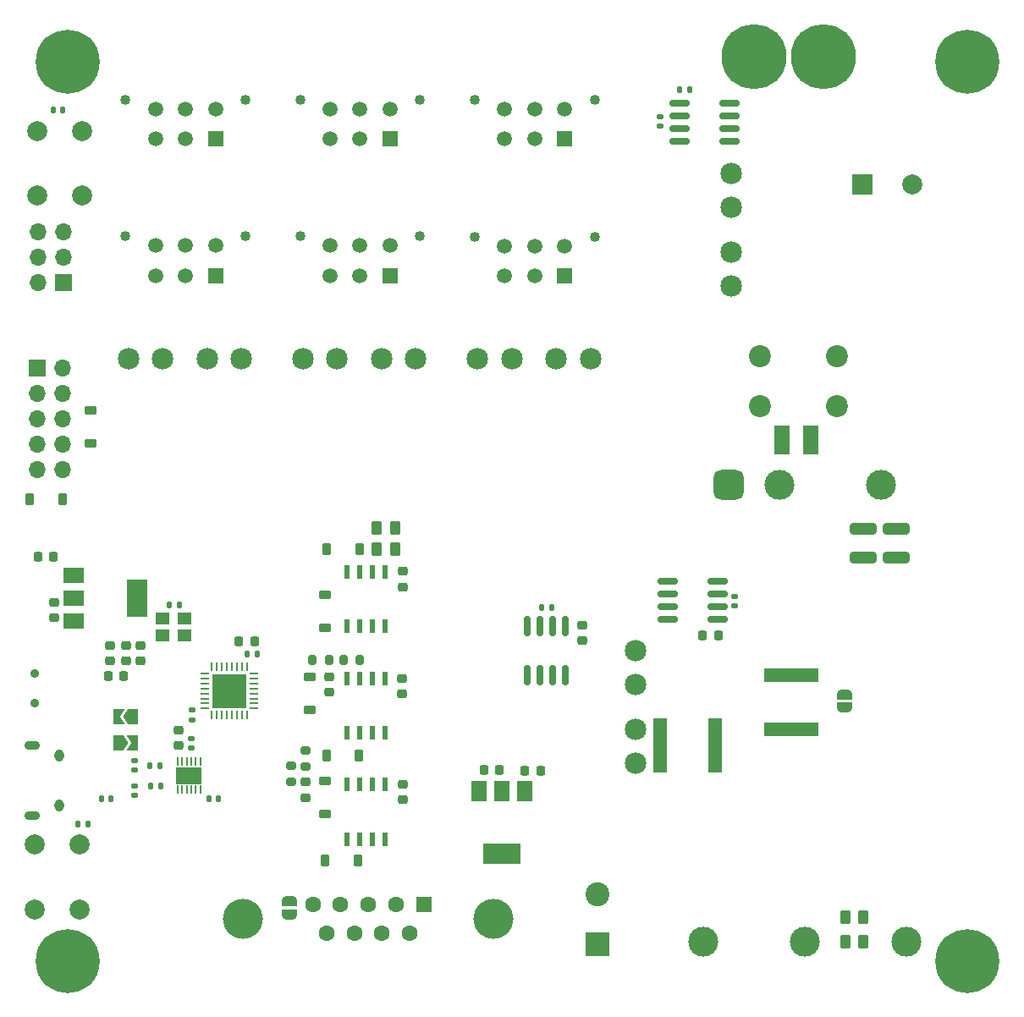
<source format=gbr>
%TF.GenerationSoftware,KiCad,Pcbnew,7.0.6*%
%TF.CreationDate,2024-03-09T23:02:32-07:00*%
%TF.ProjectId,Batt-Power-Prototype-2023_Lucy_V1,42617474-2d50-46f7-9765-722d50726f74,2*%
%TF.SameCoordinates,Original*%
%TF.FileFunction,Soldermask,Bot*%
%TF.FilePolarity,Negative*%
%FSLAX46Y46*%
G04 Gerber Fmt 4.6, Leading zero omitted, Abs format (unit mm)*
G04 Created by KiCad (PCBNEW 7.0.6) date 2024-03-09 23:02:32*
%MOMM*%
%LPD*%
G01*
G04 APERTURE LIST*
G04 Aperture macros list*
%AMRoundRect*
0 Rectangle with rounded corners*
0 $1 Rounding radius*
0 $2 $3 $4 $5 $6 $7 $8 $9 X,Y pos of 4 corners*
0 Add a 4 corners polygon primitive as box body*
4,1,4,$2,$3,$4,$5,$6,$7,$8,$9,$2,$3,0*
0 Add four circle primitives for the rounded corners*
1,1,$1+$1,$2,$3*
1,1,$1+$1,$4,$5*
1,1,$1+$1,$6,$7*
1,1,$1+$1,$8,$9*
0 Add four rect primitives between the rounded corners*
20,1,$1+$1,$2,$3,$4,$5,0*
20,1,$1+$1,$4,$5,$6,$7,0*
20,1,$1+$1,$6,$7,$8,$9,0*
20,1,$1+$1,$8,$9,$2,$3,0*%
%AMFreePoly0*
4,1,6,1.000000,0.000000,0.500000,-0.750000,-0.500000,-0.750000,-0.500000,0.750000,0.500000,0.750000,1.000000,0.000000,1.000000,0.000000,$1*%
%AMFreePoly1*
4,1,6,0.500000,-0.750000,-0.650000,-0.750000,-0.150000,0.000000,-0.650000,0.750000,0.500000,0.750000,0.500000,-0.750000,0.500000,-0.750000,$1*%
%AMFreePoly2*
4,1,19,0.500000,-0.750000,0.000000,-0.750000,0.000000,-0.744911,-0.071157,-0.744911,-0.207708,-0.704816,-0.327430,-0.627875,-0.420627,-0.520320,-0.479746,-0.390866,-0.500000,-0.250000,-0.500000,0.250000,-0.479746,0.390866,-0.420627,0.520320,-0.327430,0.627875,-0.207708,0.704816,-0.071157,0.744911,0.000000,0.744911,0.000000,0.750000,0.500000,0.750000,0.500000,-0.750000,0.500000,-0.750000,
$1*%
%AMFreePoly3*
4,1,19,0.000000,0.744911,0.071157,0.744911,0.207708,0.704816,0.327430,0.627875,0.420627,0.520320,0.479746,0.390866,0.500000,0.250000,0.500000,-0.250000,0.479746,-0.390866,0.420627,-0.520320,0.327430,-0.627875,0.207708,-0.704816,0.071157,-0.744911,0.000000,-0.744911,0.000000,-0.750000,-0.500000,-0.750000,-0.500000,0.750000,0.000000,0.750000,0.000000,0.744911,0.000000,0.744911,
$1*%
G04 Aperture macros list end*
%ADD10C,2.200000*%
%ADD11C,2.000000*%
%ADD12C,1.020000*%
%ADD13R,1.520000X1.520000*%
%ADD14C,1.520000*%
%ADD15C,6.500000*%
%ADD16R,1.700000X1.700000*%
%ADD17O,1.700000X1.700000*%
%ADD18C,6.400000*%
%ADD19C,2.159000*%
%ADD20O,1.550000X0.890000*%
%ADD21O,0.950000X1.250000*%
%ADD22R,2.400000X2.400000*%
%ADD23C,2.400000*%
%ADD24RoundRect,0.750000X-0.750000X-0.750000X0.750000X-0.750000X0.750000X0.750000X-0.750000X0.750000X0*%
%ADD25C,3.000000*%
%ADD26C,0.900000*%
%ADD27C,4.000000*%
%ADD28R,1.600000X1.600000*%
%ADD29C,1.600000*%
%ADD30R,2.000000X2.000000*%
%ADD31FreePoly0,180.000000*%
%ADD32FreePoly1,180.000000*%
%ADD33RoundRect,0.225000X-0.250000X0.225000X-0.250000X-0.225000X0.250000X-0.225000X0.250000X0.225000X0*%
%ADD34RoundRect,0.250000X1.075000X-0.312500X1.075000X0.312500X-1.075000X0.312500X-1.075000X-0.312500X0*%
%ADD35RoundRect,0.225000X0.250000X-0.225000X0.250000X0.225000X-0.250000X0.225000X-0.250000X-0.225000X0*%
%ADD36RoundRect,0.225000X0.225000X0.250000X-0.225000X0.250000X-0.225000X-0.250000X0.225000X-0.250000X0*%
%ADD37RoundRect,0.225000X-0.225000X-0.250000X0.225000X-0.250000X0.225000X0.250000X-0.225000X0.250000X0*%
%ADD38RoundRect,0.225000X0.225000X0.375000X-0.225000X0.375000X-0.225000X-0.375000X0.225000X-0.375000X0*%
%ADD39RoundRect,0.140000X-0.140000X-0.170000X0.140000X-0.170000X0.140000X0.170000X-0.140000X0.170000X0*%
%ADD40R,5.400000X1.375600*%
%ADD41R,0.558800X1.460500*%
%ADD42RoundRect,0.150000X-0.825000X-0.150000X0.825000X-0.150000X0.825000X0.150000X-0.825000X0.150000X0*%
%ADD43R,1.400000X1.200000*%
%ADD44RoundRect,0.250000X-1.075000X0.312500X-1.075000X-0.312500X1.075000X-0.312500X1.075000X0.312500X0*%
%ADD45R,1.500000X2.000000*%
%ADD46R,3.800000X2.000000*%
%ADD47RoundRect,0.250000X-0.262500X-0.450000X0.262500X-0.450000X0.262500X0.450000X-0.262500X0.450000X0*%
%ADD48RoundRect,0.140000X0.170000X-0.140000X0.170000X0.140000X-0.170000X0.140000X-0.170000X-0.140000X0*%
%ADD49R,0.228600X0.812800*%
%ADD50R,2.540000X1.651000*%
%ADD51RoundRect,0.140000X0.140000X0.170000X-0.140000X0.170000X-0.140000X-0.170000X0.140000X-0.170000X0*%
%ADD52FreePoly0,0.000000*%
%ADD53FreePoly1,0.000000*%
%ADD54RoundRect,0.150000X0.825000X0.150000X-0.825000X0.150000X-0.825000X-0.150000X0.825000X-0.150000X0*%
%ADD55RoundRect,0.250000X0.262500X0.450000X-0.262500X0.450000X-0.262500X-0.450000X0.262500X-0.450000X0*%
%ADD56RoundRect,0.140000X-0.170000X0.140000X-0.170000X-0.140000X0.170000X-0.140000X0.170000X0.140000X0*%
%ADD57FreePoly2,270.000000*%
%ADD58FreePoly3,270.000000*%
%ADD59RoundRect,0.200000X0.200000X0.275000X-0.200000X0.275000X-0.200000X-0.275000X0.200000X-0.275000X0*%
%ADD60R,1.375600X5.400000*%
%ADD61FreePoly2,90.000000*%
%ADD62FreePoly3,90.000000*%
%ADD63RoundRect,0.200000X-0.275000X0.200000X-0.275000X-0.200000X0.275000X-0.200000X0.275000X0.200000X0*%
%ADD64RoundRect,0.225000X-0.375000X0.225000X-0.375000X-0.225000X0.375000X-0.225000X0.375000X0.225000X0*%
%ADD65RoundRect,0.135000X0.135000X0.185000X-0.135000X0.185000X-0.135000X-0.185000X0.135000X-0.185000X0*%
%ADD66RoundRect,0.200000X0.275000X-0.200000X0.275000X0.200000X-0.275000X0.200000X-0.275000X-0.200000X0*%
%ADD67RoundRect,0.225000X0.375000X-0.225000X0.375000X0.225000X-0.375000X0.225000X-0.375000X-0.225000X0*%
%ADD68RoundRect,0.062500X-0.375000X-0.062500X0.375000X-0.062500X0.375000X0.062500X-0.375000X0.062500X0*%
%ADD69RoundRect,0.062500X-0.062500X-0.375000X0.062500X-0.375000X0.062500X0.375000X-0.062500X0.375000X0*%
%ADD70R,3.450000X3.450000*%
%ADD71RoundRect,0.218750X0.218750X0.256250X-0.218750X0.256250X-0.218750X-0.256250X0.218750X-0.256250X0*%
%ADD72RoundRect,0.102000X-0.685000X-1.360000X0.685000X-1.360000X0.685000X1.360000X-0.685000X1.360000X0*%
%ADD73R,2.000000X1.500000*%
%ADD74R,2.000000X3.800000*%
%ADD75RoundRect,0.150000X0.150000X-0.825000X0.150000X0.825000X-0.150000X0.825000X-0.150000X-0.825000X0*%
G04 APERTURE END LIST*
D10*
%TO.C,FL1*%
X174472000Y-75322000D03*
X166772000Y-75322000D03*
X166772000Y-80322000D03*
X174472000Y-80322000D03*
%TD*%
D11*
%TO.C,SW3*%
X98925000Y-52800000D03*
X98925000Y-59300000D03*
X94425000Y-52800000D03*
X94425000Y-59300000D03*
%TD*%
%TO.C,SW1*%
X98675000Y-124200000D03*
X98675000Y-130700000D03*
X94175000Y-124200000D03*
X94175000Y-130700000D03*
%TD*%
D12*
%TO.C,J9*%
X138217127Y-63378500D03*
X150217103Y-63378500D03*
D13*
X147217104Y-67318500D03*
D14*
X144217105Y-67318500D03*
X141217106Y-67318500D03*
X147217104Y-64318501D03*
X144217105Y-64318501D03*
X141217106Y-64318501D03*
%TD*%
D15*
%TO.C,J6*%
X166156400Y-45350000D03*
X173106400Y-45350000D03*
%TD*%
D12*
%TO.C,J12*%
X138220140Y-49661000D03*
X150220116Y-49661000D03*
D13*
X147220117Y-53601000D03*
D14*
X144220118Y-53601000D03*
X141220119Y-53601000D03*
X147220117Y-50601001D03*
X144220118Y-50601001D03*
X141220119Y-50601001D03*
%TD*%
D16*
%TO.C,J5*%
X94425000Y-76500000D03*
D17*
X96965000Y-76500000D03*
X94425000Y-79040000D03*
X96965000Y-79040000D03*
X94425000Y-81580000D03*
X96965000Y-81580000D03*
X94425000Y-84120000D03*
X96965000Y-84120000D03*
X94425000Y-86660000D03*
X96965000Y-86660000D03*
%TD*%
D18*
%TO.C,H7*%
X187525000Y-135850000D03*
%TD*%
D19*
%TO.C,F5*%
X163891000Y-57038449D03*
X163891000Y-60444450D03*
X163891000Y-64914451D03*
X163891000Y-68320453D03*
%TD*%
D16*
%TO.C,J1*%
X97050000Y-68025000D03*
D17*
X94510000Y-68025000D03*
X97050000Y-65485000D03*
X94510000Y-65485000D03*
X97050000Y-62945000D03*
X94510000Y-62945000D03*
%TD*%
D19*
%TO.C,F2*%
X132344504Y-75576000D03*
X128938503Y-75576000D03*
X124468502Y-75576000D03*
X121062500Y-75576000D03*
%TD*%
D18*
%TO.C,H6*%
X187525000Y-45850000D03*
%TD*%
D20*
%TO.C,J2*%
X93958000Y-114300000D03*
D21*
X96658000Y-115300000D03*
X96658000Y-120300000D03*
D20*
X93958000Y-121300000D03*
%TD*%
D18*
%TO.C,H5*%
X97525000Y-45850000D03*
%TD*%
D12*
%TO.C,J11*%
X120756133Y-49661000D03*
X132756109Y-49661000D03*
D13*
X129756110Y-53601000D03*
D14*
X126756111Y-53601000D03*
X123756112Y-53601000D03*
X129756110Y-50601001D03*
X126756111Y-50601001D03*
X123756112Y-50601001D03*
%TD*%
D19*
%TO.C,F1*%
X114882004Y-75576000D03*
X111476003Y-75576000D03*
X107006002Y-75576000D03*
X103600000Y-75576000D03*
%TD*%
D12*
%TO.C,J8*%
X120754627Y-63360000D03*
X132754603Y-63360000D03*
D13*
X129754604Y-67300000D03*
D14*
X126754605Y-67300000D03*
X123754606Y-67300000D03*
X129754604Y-64300001D03*
X126754605Y-64300001D03*
X123754606Y-64300001D03*
%TD*%
D18*
%TO.C,H8*%
X97525000Y-135850000D03*
%TD*%
D12*
%TO.C,J7*%
X103292127Y-63360500D03*
X115292103Y-63360500D03*
D13*
X112292104Y-67300500D03*
D14*
X109292105Y-67300500D03*
X106292106Y-67300500D03*
X112292104Y-64300501D03*
X109292105Y-64300501D03*
X106292106Y-64300501D03*
%TD*%
D22*
%TO.C,C24*%
X150525000Y-134173959D03*
D23*
X150525000Y-129173959D03*
%TD*%
D24*
%TO.C,U7*%
X163637000Y-88225200D03*
D25*
X168717000Y-88225200D03*
X178877000Y-88225200D03*
X181417000Y-133945200D03*
X171257000Y-133945200D03*
X161097000Y-133945200D03*
%TD*%
D26*
%TO.C,SW2*%
X94230000Y-107074000D03*
X94230000Y-110074000D03*
%TD*%
D27*
%TO.C,J4*%
X115075000Y-131670000D03*
X140075000Y-131670000D03*
D28*
X133115000Y-130250000D03*
D29*
X130345000Y-130250000D03*
X127575000Y-130250000D03*
X124805000Y-130250000D03*
X122035000Y-130250000D03*
X131730000Y-133090000D03*
X128960000Y-133090000D03*
X126190000Y-133090000D03*
X123420000Y-133090000D03*
%TD*%
D12*
%TO.C,J10*%
X103292127Y-49661000D03*
X115292103Y-49661000D03*
D13*
X112292104Y-53601000D03*
D14*
X109292105Y-53601000D03*
X106292106Y-53601000D03*
X112292104Y-50601001D03*
X109292105Y-50601001D03*
X106292106Y-50601001D03*
%TD*%
D30*
%TO.C,C19*%
X177017323Y-58177000D03*
D11*
X182017323Y-58177000D03*
%TD*%
D19*
%TO.C,F4*%
X154300000Y-116100000D03*
X154300000Y-112693999D03*
X154300000Y-108223998D03*
X154300000Y-104817996D03*
%TD*%
%TO.C,F3*%
X149807004Y-75576000D03*
X146401003Y-75576000D03*
X141931002Y-75576000D03*
X138525000Y-75576000D03*
%TD*%
D31*
%TO.C,JP3*%
X104025000Y-111450000D03*
D32*
X102575000Y-111450000D03*
%TD*%
D33*
%TO.C,C43*%
X121325000Y-117975000D03*
X121325000Y-119525000D03*
%TD*%
D34*
%TO.C,R10*%
X177125000Y-95512500D03*
X177125000Y-92587500D03*
%TD*%
D35*
%TO.C,C13*%
X103325000Y-105850000D03*
X103325000Y-104300000D03*
%TD*%
D36*
%TO.C,C18*%
X96100000Y-95400000D03*
X94550000Y-95400000D03*
%TD*%
D37*
%TO.C,C23*%
X143250000Y-116850000D03*
X144800000Y-116850000D03*
%TD*%
D38*
%TO.C,D19*%
X126575000Y-125850000D03*
X123275000Y-125850000D03*
%TD*%
D39*
%TO.C,C11*%
X100895000Y-119650000D03*
X101855000Y-119650000D03*
%TD*%
D40*
%TO.C,C22*%
X169925000Y-107232200D03*
X169925000Y-112667800D03*
%TD*%
D41*
%TO.C,U14*%
X129230000Y-123674150D03*
X127960000Y-123674150D03*
X126690000Y-123674150D03*
X125420000Y-123674150D03*
X125420000Y-118225850D03*
X126690000Y-118225850D03*
X127960000Y-118225850D03*
X129230000Y-118225850D03*
%TD*%
D42*
%TO.C,U11*%
X157575000Y-101660000D03*
X157575000Y-100390000D03*
X157575000Y-99120000D03*
X157575000Y-97850000D03*
X162525000Y-97850000D03*
X162525000Y-99120000D03*
X162525000Y-100390000D03*
X162525000Y-101660000D03*
%TD*%
D43*
%TO.C,U1*%
X106975000Y-101600000D03*
X109175000Y-101600000D03*
X109175000Y-103300000D03*
X106975000Y-103300000D03*
%TD*%
D35*
%TO.C,C12*%
X104826000Y-105850000D03*
X104826000Y-104300000D03*
%TD*%
D44*
%TO.C,R11*%
X180425000Y-92587500D03*
X180425000Y-95512500D03*
%TD*%
D38*
%TO.C,D7*%
X96975000Y-89650000D03*
X93675000Y-89650000D03*
%TD*%
D41*
%TO.C,U15*%
X129280000Y-102374150D03*
X128010000Y-102374150D03*
X126740000Y-102374150D03*
X125470000Y-102374150D03*
X125470000Y-96925850D03*
X126740000Y-96925850D03*
X128010000Y-96925850D03*
X129280000Y-96925850D03*
%TD*%
%TO.C,U13*%
X129230000Y-113024150D03*
X127960000Y-113024150D03*
X126690000Y-113024150D03*
X125420000Y-113024150D03*
X125420000Y-107575850D03*
X126690000Y-107575850D03*
X127960000Y-107575850D03*
X129230000Y-107575850D03*
%TD*%
D45*
%TO.C,U6*%
X138625000Y-118850000D03*
X140925000Y-118850000D03*
D46*
X140925000Y-125150000D03*
D45*
X143225000Y-118850000D03*
%TD*%
D47*
%TO.C,R30*%
X128425000Y-94650000D03*
X130250000Y-94650000D03*
%TD*%
D35*
%TO.C,C46*%
X148976000Y-103822000D03*
X148976000Y-102272000D03*
%TD*%
D33*
%TO.C,C42*%
X123675000Y-107425000D03*
X123675000Y-108975000D03*
%TD*%
D48*
%TO.C,C7*%
X109875000Y-114580000D03*
X109875000Y-113620000D03*
%TD*%
D47*
%TO.C,R13*%
X175312500Y-131450000D03*
X177137500Y-131450000D03*
%TD*%
D49*
%TO.C,U2*%
X108524997Y-115906000D03*
X108974999Y-115906000D03*
X109424998Y-115906000D03*
X109875000Y-115906000D03*
X110324999Y-115906000D03*
X110774998Y-115906000D03*
X110775001Y-118700000D03*
X110324999Y-118700000D03*
X109875000Y-118700000D03*
X109424998Y-118700000D03*
X108974999Y-118700000D03*
X108525000Y-118700000D03*
D50*
X109649999Y-117303000D03*
%TD*%
D51*
%TO.C,C48*%
X145900000Y-100507000D03*
X144940000Y-100507000D03*
%TD*%
D52*
%TO.C,JP4*%
X102550000Y-114050000D03*
D53*
X104000000Y-114050000D03*
%TD*%
D54*
%TO.C,U12*%
X163699000Y-50049000D03*
X163699000Y-51319000D03*
X163699000Y-52589000D03*
X163699000Y-53859000D03*
X158749000Y-53859000D03*
X158749000Y-52589000D03*
X158749000Y-51319000D03*
X158749000Y-50049000D03*
%TD*%
D55*
%TO.C,R29*%
X130237500Y-92550000D03*
X128412500Y-92550000D03*
%TD*%
D36*
%TO.C,C3*%
X116187000Y-103921500D03*
X114637000Y-103921500D03*
%TD*%
D56*
%TO.C,C45*%
X156779000Y-51375000D03*
X156779000Y-52335000D03*
%TD*%
D33*
%TO.C,C49*%
X131025000Y-118175000D03*
X131025000Y-119725000D03*
%TD*%
D38*
%TO.C,D20*%
X126725000Y-94650000D03*
X123425000Y-94650000D03*
%TD*%
D51*
%TO.C,C6*%
X116441000Y-105191500D03*
X115481000Y-105191500D03*
%TD*%
%TO.C,C55*%
X97025000Y-50700000D03*
X96065000Y-50700000D03*
%TD*%
D56*
%TO.C,C4*%
X109925000Y-110770000D03*
X109925000Y-111730000D03*
%TD*%
D57*
%TO.C,JP1*%
X119675000Y-129900000D03*
D58*
X119675000Y-131200000D03*
%TD*%
D59*
%TO.C,R27*%
X123650000Y-105750000D03*
X122000000Y-105750000D03*
%TD*%
D35*
%TO.C,C14*%
X101778000Y-105850000D03*
X101778000Y-104300000D03*
%TD*%
%TO.C,C5*%
X108625000Y-114325000D03*
X108625000Y-112775000D03*
%TD*%
D48*
%TO.C,C44*%
X164228000Y-100362000D03*
X164228000Y-99402000D03*
%TD*%
D56*
%TO.C,C10*%
X104225000Y-115820000D03*
X104225000Y-116780000D03*
%TD*%
D60*
%TO.C,C21*%
X162242800Y-114300000D03*
X156807200Y-114300000D03*
%TD*%
D51*
%TO.C,C41*%
X159705000Y-48700000D03*
X158745000Y-48700000D03*
%TD*%
D61*
%TO.C,JP2*%
X175225000Y-110500000D03*
D62*
X175225000Y-109200000D03*
%TD*%
D55*
%TO.C,R14*%
X177137500Y-133950000D03*
X175312500Y-133950000D03*
%TD*%
D36*
%TO.C,C40*%
X162590000Y-103311000D03*
X161040000Y-103311000D03*
%TD*%
D38*
%TO.C,D18*%
X126675000Y-115300000D03*
X123375000Y-115300000D03*
%TD*%
D63*
%TO.C,R26*%
X121325000Y-114800000D03*
X121325000Y-116450000D03*
%TD*%
D64*
%TO.C,D16*%
X121725000Y-107400000D03*
X121725000Y-110700000D03*
%TD*%
D33*
%TO.C,C17*%
X96125000Y-99975000D03*
X96125000Y-101525000D03*
%TD*%
D48*
%TO.C,C9*%
X104225000Y-119280000D03*
X104225000Y-118320000D03*
%TD*%
D51*
%TO.C,C2*%
X99505000Y-122150000D03*
X98545000Y-122150000D03*
%TD*%
D64*
%TO.C,D21*%
X123225000Y-99200000D03*
X123225000Y-102500000D03*
%TD*%
D51*
%TO.C,C8*%
X108655000Y-100200000D03*
X107695000Y-100200000D03*
%TD*%
D65*
%TO.C,R4*%
X106735000Y-116350000D03*
X105715000Y-116350000D03*
%TD*%
D66*
%TO.C,R28*%
X119825000Y-117975000D03*
X119825000Y-116325000D03*
%TD*%
D64*
%TO.C,D17*%
X123225000Y-117850000D03*
X123225000Y-121150000D03*
%TD*%
D67*
%TO.C,D6*%
X99825000Y-84100000D03*
X99825000Y-80800000D03*
%TD*%
D36*
%TO.C,C20*%
X140700000Y-116750000D03*
X139150000Y-116750000D03*
%TD*%
D39*
%TO.C,C1*%
X111645000Y-119650000D03*
X112605000Y-119650000D03*
%TD*%
D68*
%TO.C,U3*%
X111237500Y-110600000D03*
X111237500Y-110100000D03*
X111237500Y-109600000D03*
X111237500Y-109100000D03*
X111237500Y-108600000D03*
X111237500Y-108100000D03*
X111237500Y-107600000D03*
X111237500Y-107100000D03*
D69*
X111925000Y-106412500D03*
X112425000Y-106412500D03*
X112925000Y-106412500D03*
X113425000Y-106412500D03*
X113925000Y-106412500D03*
X114425000Y-106412500D03*
X114925000Y-106412500D03*
X115425000Y-106412500D03*
D68*
X116112500Y-107100000D03*
X116112500Y-107600000D03*
X116112500Y-108100000D03*
X116112500Y-108600000D03*
X116112500Y-109100000D03*
X116112500Y-109600000D03*
X116112500Y-110100000D03*
X116112500Y-110600000D03*
D69*
X115425000Y-111287500D03*
X114925000Y-111287500D03*
X114425000Y-111287500D03*
X113925000Y-111287500D03*
X113425000Y-111287500D03*
X112925000Y-111287500D03*
X112425000Y-111287500D03*
X111925000Y-111287500D03*
D70*
X113675000Y-108850000D03*
%TD*%
D71*
%TO.C,FB1*%
X103112500Y-107361000D03*
X101537500Y-107361000D03*
%TD*%
D72*
%TO.C,C54*%
X168983000Y-83750000D03*
X171825000Y-83750000D03*
%TD*%
D59*
%TO.C,R25*%
X126750000Y-105750000D03*
X125100000Y-105750000D03*
%TD*%
D65*
%TO.C,R3*%
X106785000Y-118350000D03*
X105765000Y-118350000D03*
%TD*%
D33*
%TO.C,C50*%
X131025000Y-96875000D03*
X131025000Y-98425000D03*
%TD*%
D73*
%TO.C,U5*%
X98125000Y-101850000D03*
X98125000Y-99550000D03*
D74*
X104425000Y-99550000D03*
D73*
X98125000Y-97250000D03*
%TD*%
D33*
%TO.C,C47*%
X130975000Y-107575000D03*
X130975000Y-109125000D03*
%TD*%
D75*
%TO.C,U16*%
X147325000Y-107300000D03*
X146055000Y-107300000D03*
X144785000Y-107300000D03*
X143515000Y-107300000D03*
X143515000Y-102350000D03*
X144785000Y-102350000D03*
X146055000Y-102350000D03*
X147325000Y-102350000D03*
%TD*%
M02*

</source>
